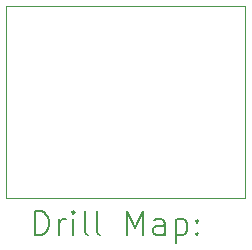
<source format=gbr>
%TF.GenerationSoftware,KiCad,Pcbnew,7.0.2*%
%TF.CreationDate,2023-07-27T03:21:34-04:00*%
%TF.ProjectId,hellerune-switchy,68656c6c-6572-4756-9e65-2d7377697463,1.0*%
%TF.SameCoordinates,Original*%
%TF.FileFunction,Drillmap*%
%TF.FilePolarity,Positive*%
%FSLAX45Y45*%
G04 Gerber Fmt 4.5, Leading zero omitted, Abs format (unit mm)*
G04 Created by KiCad (PCBNEW 7.0.2) date 2023-07-27 03:21:34*
%MOMM*%
%LPD*%
G01*
G04 APERTURE LIST*
%ADD10C,0.050000*%
%ADD11C,0.200000*%
G04 APERTURE END LIST*
D10*
X13850000Y-9050000D02*
X15000000Y-9050000D01*
X15875000Y-9050000D02*
X15875000Y-10675000D01*
X15875000Y-10675000D02*
X13850000Y-10675000D01*
X13850000Y-10675000D02*
X13850000Y-9050000D01*
X15000000Y-9050000D02*
X15875000Y-9050000D01*
D11*
X14095119Y-10990024D02*
X14095119Y-10790024D01*
X14095119Y-10790024D02*
X14142738Y-10790024D01*
X14142738Y-10790024D02*
X14171309Y-10799548D01*
X14171309Y-10799548D02*
X14190357Y-10818595D01*
X14190357Y-10818595D02*
X14199881Y-10837643D01*
X14199881Y-10837643D02*
X14209405Y-10875738D01*
X14209405Y-10875738D02*
X14209405Y-10904310D01*
X14209405Y-10904310D02*
X14199881Y-10942405D01*
X14199881Y-10942405D02*
X14190357Y-10961452D01*
X14190357Y-10961452D02*
X14171309Y-10980500D01*
X14171309Y-10980500D02*
X14142738Y-10990024D01*
X14142738Y-10990024D02*
X14095119Y-10990024D01*
X14295119Y-10990024D02*
X14295119Y-10856690D01*
X14295119Y-10894786D02*
X14304643Y-10875738D01*
X14304643Y-10875738D02*
X14314167Y-10866214D01*
X14314167Y-10866214D02*
X14333214Y-10856690D01*
X14333214Y-10856690D02*
X14352262Y-10856690D01*
X14418928Y-10990024D02*
X14418928Y-10856690D01*
X14418928Y-10790024D02*
X14409405Y-10799548D01*
X14409405Y-10799548D02*
X14418928Y-10809071D01*
X14418928Y-10809071D02*
X14428452Y-10799548D01*
X14428452Y-10799548D02*
X14418928Y-10790024D01*
X14418928Y-10790024D02*
X14418928Y-10809071D01*
X14542738Y-10990024D02*
X14523690Y-10980500D01*
X14523690Y-10980500D02*
X14514167Y-10961452D01*
X14514167Y-10961452D02*
X14514167Y-10790024D01*
X14647500Y-10990024D02*
X14628452Y-10980500D01*
X14628452Y-10980500D02*
X14618928Y-10961452D01*
X14618928Y-10961452D02*
X14618928Y-10790024D01*
X14876071Y-10990024D02*
X14876071Y-10790024D01*
X14876071Y-10790024D02*
X14942738Y-10932881D01*
X14942738Y-10932881D02*
X15009405Y-10790024D01*
X15009405Y-10790024D02*
X15009405Y-10990024D01*
X15190357Y-10990024D02*
X15190357Y-10885262D01*
X15190357Y-10885262D02*
X15180833Y-10866214D01*
X15180833Y-10866214D02*
X15161786Y-10856690D01*
X15161786Y-10856690D02*
X15123690Y-10856690D01*
X15123690Y-10856690D02*
X15104643Y-10866214D01*
X15190357Y-10980500D02*
X15171309Y-10990024D01*
X15171309Y-10990024D02*
X15123690Y-10990024D01*
X15123690Y-10990024D02*
X15104643Y-10980500D01*
X15104643Y-10980500D02*
X15095119Y-10961452D01*
X15095119Y-10961452D02*
X15095119Y-10942405D01*
X15095119Y-10942405D02*
X15104643Y-10923357D01*
X15104643Y-10923357D02*
X15123690Y-10913833D01*
X15123690Y-10913833D02*
X15171309Y-10913833D01*
X15171309Y-10913833D02*
X15190357Y-10904310D01*
X15285595Y-10856690D02*
X15285595Y-11056690D01*
X15285595Y-10866214D02*
X15304643Y-10856690D01*
X15304643Y-10856690D02*
X15342738Y-10856690D01*
X15342738Y-10856690D02*
X15361786Y-10866214D01*
X15361786Y-10866214D02*
X15371309Y-10875738D01*
X15371309Y-10875738D02*
X15380833Y-10894786D01*
X15380833Y-10894786D02*
X15380833Y-10951929D01*
X15380833Y-10951929D02*
X15371309Y-10970976D01*
X15371309Y-10970976D02*
X15361786Y-10980500D01*
X15361786Y-10980500D02*
X15342738Y-10990024D01*
X15342738Y-10990024D02*
X15304643Y-10990024D01*
X15304643Y-10990024D02*
X15285595Y-10980500D01*
X15466548Y-10970976D02*
X15476071Y-10980500D01*
X15476071Y-10980500D02*
X15466548Y-10990024D01*
X15466548Y-10990024D02*
X15457024Y-10980500D01*
X15457024Y-10980500D02*
X15466548Y-10970976D01*
X15466548Y-10970976D02*
X15466548Y-10990024D01*
X15466548Y-10866214D02*
X15476071Y-10875738D01*
X15476071Y-10875738D02*
X15466548Y-10885262D01*
X15466548Y-10885262D02*
X15457024Y-10875738D01*
X15457024Y-10875738D02*
X15466548Y-10866214D01*
X15466548Y-10866214D02*
X15466548Y-10885262D01*
M02*

</source>
